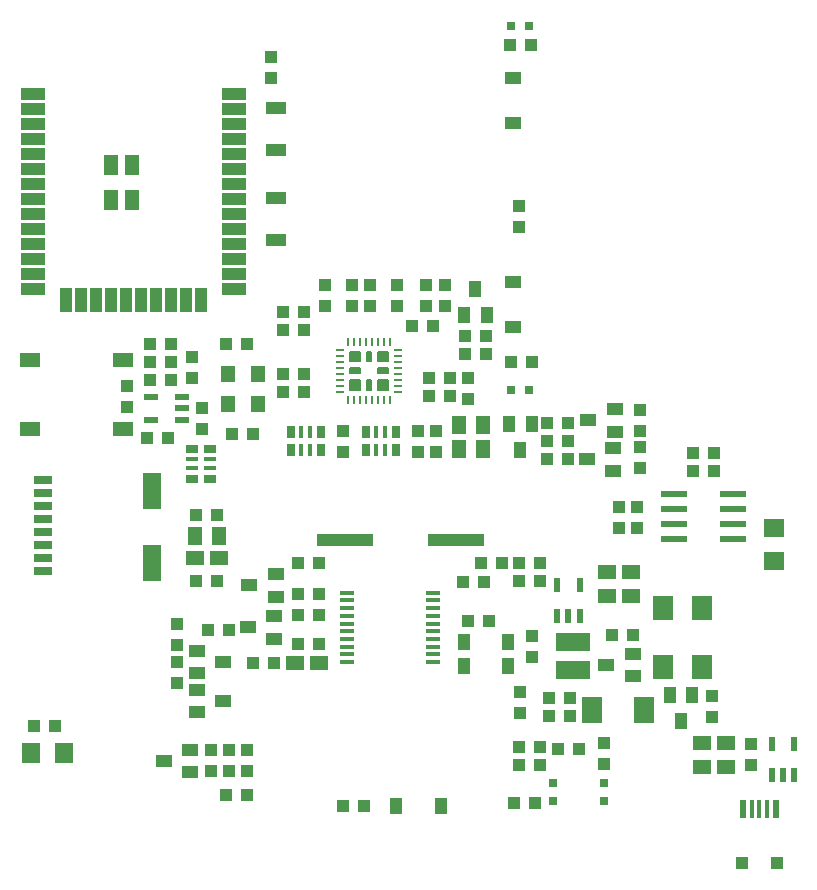
<source format=gbr>
G04 #@! TF.GenerationSoftware,KiCad,Pcbnew,5.1.0-rc2-unknown-036be7d~80~ubuntu16.04.1*
G04 #@! TF.CreationDate,2019-04-19T14:17:20+03:00*
G04 #@! TF.ProjectId,ESP32-EVB_Rev_H,45535033-322d-4455-9642-5f5265765f48,H*
G04 #@! TF.SameCoordinates,Original*
G04 #@! TF.FileFunction,Paste,Top*
G04 #@! TF.FilePolarity,Positive*
%FSLAX46Y46*%
G04 Gerber Fmt 4.6, Leading zero omitted, Abs format (unit mm)*
G04 Created by KiCad (PCBNEW 5.1.0-rc2-unknown-036be7d~80~ubuntu16.04.1) date 2019-04-19 14:17:20*
%MOMM*%
%LPD*%
G04 APERTURE LIST*
%ADD10C,0.200000*%
%ADD11R,1.200000X1.400000*%
%ADD12R,1.016000X1.016000*%
%ADD13R,0.500000X1.650000*%
%ADD14R,0.325000X1.650000*%
%ADD15R,1.100000X1.000000*%
%ADD16R,1.524000X1.270000*%
%ADD17R,1.778000X1.270000*%
%ADD18R,1.778000X2.286000*%
%ADD19R,1.400000X1.000000*%
%ADD20R,1.524000X1.778000*%
%ADD21R,1.778000X1.524000*%
%ADD22R,4.826000X1.100000*%
%ADD23R,1.700000X2.000000*%
%ADD24R,1.778000X1.016000*%
%ADD25R,0.800000X0.800000*%
%ADD26R,1.270000X1.524000*%
%ADD27R,1.500000X3.100000*%
%ADD28R,1.500000X0.800000*%
%ADD29R,0.230000X0.780000*%
%ADD30R,0.780000X0.230000*%
%ADD31R,1.270000X0.325000*%
%ADD32R,2.200000X0.600000*%
%ADD33R,1.200000X1.800000*%
%ADD34R,2.101600X1.001600*%
%ADD35R,1.001600X2.101600*%
%ADD36R,1.016000X0.381000*%
%ADD37R,1.016000X0.635000*%
%ADD38R,0.381000X1.016000*%
%ADD39R,0.635000X1.016000*%
%ADD40R,0.550000X1.200000*%
%ADD41R,1.000000X1.400000*%
%ADD42R,1.200000X0.550000*%
%ADD43R,3.000000X1.600000*%
G04 APERTURE END LIST*
D10*
X101549000Y-97244000D02*
X101549000Y-96444000D01*
X100749000Y-97244000D02*
X101549000Y-97244000D01*
X100749000Y-96444000D02*
X100749000Y-97244000D01*
X101549000Y-96444000D02*
X100749000Y-96444000D01*
X101549000Y-96544000D02*
X100749000Y-96544000D01*
X101549000Y-96644000D02*
X100749000Y-96644000D01*
X101549000Y-96744000D02*
X100749000Y-96744000D01*
X101549000Y-96844000D02*
X100749000Y-96844000D01*
X101549000Y-96944000D02*
X100749000Y-96944000D01*
X101549000Y-97044000D02*
X100749000Y-97044000D01*
X101549000Y-97144000D02*
X100749000Y-97144000D01*
X99149000Y-97144000D02*
X98349000Y-97144000D01*
X99149000Y-97044000D02*
X98349000Y-97044000D01*
X99149000Y-96944000D02*
X98349000Y-96944000D01*
X99149000Y-96844000D02*
X98349000Y-96844000D01*
X99149000Y-96744000D02*
X98349000Y-96744000D01*
X99149000Y-96644000D02*
X98349000Y-96644000D01*
X99149000Y-96544000D02*
X98349000Y-96544000D01*
X99149000Y-96444000D02*
X98349000Y-96444000D01*
X98349000Y-96444000D02*
X98349000Y-97244000D01*
X98349000Y-97244000D02*
X99149000Y-97244000D01*
X99149000Y-97244000D02*
X99149000Y-96444000D01*
X101549000Y-99544000D02*
X100749000Y-99544000D01*
X101549000Y-99444000D02*
X100749000Y-99444000D01*
X101549000Y-99344000D02*
X100749000Y-99344000D01*
X101549000Y-99244000D02*
X100749000Y-99244000D01*
X101549000Y-99144000D02*
X100749000Y-99144000D01*
X101549000Y-99044000D02*
X100749000Y-99044000D01*
X101549000Y-98944000D02*
X100749000Y-98944000D01*
X101549000Y-98844000D02*
X100749000Y-98844000D01*
X100749000Y-98844000D02*
X100749000Y-99644000D01*
X100749000Y-99644000D02*
X101549000Y-99644000D01*
X101549000Y-99644000D02*
X101549000Y-98844000D01*
X99149000Y-99644000D02*
X99149000Y-98844000D01*
X98349000Y-99644000D02*
X99149000Y-99644000D01*
X98349000Y-98844000D02*
X98349000Y-99644000D01*
X99149000Y-98844000D02*
X98349000Y-98844000D01*
X99149000Y-98944000D02*
X98349000Y-98944000D01*
X99149000Y-99044000D02*
X98349000Y-99044000D01*
X99149000Y-99144000D02*
X98349000Y-99144000D01*
X99149000Y-99244000D02*
X98349000Y-99244000D01*
X99149000Y-99344000D02*
X98349000Y-99344000D01*
X99149000Y-99444000D02*
X98349000Y-99444000D01*
X99149000Y-99544000D02*
X98349000Y-99544000D01*
X99749000Y-96444000D02*
X100149000Y-96444000D01*
X99749000Y-97244000D02*
X99749000Y-96444000D01*
X100149000Y-97244000D02*
X99749000Y-97244000D01*
X100149000Y-96444000D02*
X100149000Y-97244000D01*
X100049000Y-96444000D02*
X100049000Y-97244000D01*
X99949000Y-96444000D02*
X99949000Y-97244000D01*
X99849000Y-96444000D02*
X99849000Y-97244000D01*
X99849000Y-98844000D02*
X99849000Y-99644000D01*
X99949000Y-98844000D02*
X99949000Y-99644000D01*
X100049000Y-98844000D02*
X100049000Y-99644000D01*
X100149000Y-98844000D02*
X100149000Y-99644000D01*
X100149000Y-99644000D02*
X99749000Y-99644000D01*
X99749000Y-99644000D02*
X99749000Y-98844000D01*
X99749000Y-98844000D02*
X100149000Y-98844000D01*
X101549000Y-98244000D02*
X101549000Y-97844000D01*
X100749000Y-98244000D02*
X101549000Y-98244000D01*
X100749000Y-97844000D02*
X100749000Y-98244000D01*
X101549000Y-97844000D02*
X100749000Y-97844000D01*
X101549000Y-97944000D02*
X100749000Y-97944000D01*
X100749000Y-98044000D02*
X101549000Y-98044000D01*
X101549000Y-98144000D02*
X100749000Y-98144000D01*
X99149000Y-98144000D02*
X98349000Y-98144000D01*
X98349000Y-98044000D02*
X99149000Y-98044000D01*
X99149000Y-97944000D02*
X98349000Y-97944000D01*
X99149000Y-97844000D02*
X98349000Y-97844000D01*
X98349000Y-97844000D02*
X98349000Y-98244000D01*
X98349000Y-98244000D02*
X99149000Y-98244000D01*
X99149000Y-98244000D02*
X99149000Y-97844000D01*
D11*
X88011000Y-100838000D03*
X88011000Y-98298000D03*
X90551000Y-98298000D03*
X90551000Y-100838000D03*
D12*
X85344000Y-115824000D03*
X87122000Y-115824000D03*
D13*
X131612500Y-135153000D03*
D14*
X132350000Y-135153000D03*
X133000000Y-135153000D03*
X133650000Y-135153000D03*
D13*
X134387500Y-135153000D03*
D15*
X131500000Y-139703000D03*
X134500000Y-139703000D03*
D16*
X130175000Y-131572000D03*
X130175000Y-129540000D03*
D17*
X71247000Y-102997000D03*
X79121000Y-102997000D03*
X71247000Y-97155000D03*
X79121000Y-97155000D03*
D12*
X104775000Y-92583000D03*
X104775000Y-90805000D03*
D18*
X118854000Y-126746000D03*
X123208000Y-126746000D03*
D12*
X83693000Y-121285000D03*
X83693000Y-119507000D03*
X83693000Y-124460000D03*
X83693000Y-122682000D03*
D19*
X87587000Y-122682000D03*
X85387000Y-123632000D03*
X85387000Y-121732000D03*
X87587000Y-125984000D03*
X85387000Y-126934000D03*
X85387000Y-125034000D03*
D12*
X86360000Y-120015000D03*
X88138000Y-120015000D03*
D16*
X120142000Y-115062000D03*
X120142000Y-117094000D03*
X122174000Y-115062000D03*
X122174000Y-117094000D03*
D12*
X112649000Y-114300000D03*
X114427000Y-114300000D03*
X112649000Y-115824000D03*
X114427000Y-115824000D03*
X119888000Y-129540000D03*
X119888000Y-131318000D03*
X86614000Y-131953000D03*
X86614000Y-130175000D03*
X88138000Y-131953000D03*
X88138000Y-130175000D03*
X84963000Y-96901000D03*
X84963000Y-98679000D03*
D20*
X74168000Y-130429000D03*
X71374000Y-130429000D03*
D12*
X127381000Y-105029000D03*
X129159000Y-105029000D03*
X127381000Y-106553000D03*
X129159000Y-106553000D03*
D21*
X134239000Y-111379000D03*
X134239000Y-114173000D03*
D12*
X83185000Y-98806000D03*
X81407000Y-98806000D03*
X81407000Y-97282000D03*
X83185000Y-97282000D03*
X93980000Y-118745000D03*
X95758000Y-118745000D03*
X129032000Y-127381000D03*
X129032000Y-125603000D03*
D22*
X97917000Y-112395000D03*
X107315000Y-112395000D03*
D23*
X128143000Y-123150000D03*
X128143000Y-118150000D03*
D12*
X79502000Y-99314000D03*
X79502000Y-101092000D03*
X73406000Y-128143000D03*
X71628000Y-128143000D03*
X122682000Y-111379000D03*
X122682000Y-109601000D03*
X121158000Y-111379000D03*
X121158000Y-109601000D03*
X110109000Y-119253000D03*
X108331000Y-119253000D03*
X93980000Y-121158000D03*
X95758000Y-121158000D03*
X111252000Y-114300000D03*
X109474000Y-114300000D03*
X93980000Y-114300000D03*
X95758000Y-114300000D03*
D24*
X92075000Y-75819000D03*
X92075000Y-79375000D03*
X92075000Y-86995000D03*
X92075000Y-83439000D03*
D12*
X85344000Y-110236000D03*
X87122000Y-110236000D03*
X93980000Y-116967000D03*
X95758000Y-116967000D03*
X113792000Y-122301000D03*
X113792000Y-120523000D03*
X92710000Y-93091000D03*
X94488000Y-93091000D03*
X106807000Y-100203000D03*
X105029000Y-100203000D03*
X89662000Y-95758000D03*
X87884000Y-95758000D03*
X107950000Y-115951000D03*
X109728000Y-115951000D03*
X90170000Y-103378000D03*
X88392000Y-103378000D03*
X100076000Y-92583000D03*
X100076000Y-90805000D03*
X102362000Y-92583000D03*
X102362000Y-90805000D03*
X96266000Y-92583000D03*
X96266000Y-90805000D03*
X98552000Y-92583000D03*
X98552000Y-90805000D03*
X112649000Y-85852000D03*
X112649000Y-84074000D03*
X91694000Y-71501000D03*
X91694000Y-73279000D03*
X85852000Y-101219000D03*
X85852000Y-102997000D03*
X97790000Y-134874000D03*
X99568000Y-134874000D03*
X112776000Y-127000000D03*
X112776000Y-125222000D03*
X89662000Y-130175000D03*
X89662000Y-131953000D03*
X89662000Y-133985000D03*
X87884000Y-133985000D03*
X122301000Y-120396000D03*
X120523000Y-120396000D03*
X81153000Y-103759000D03*
X82931000Y-103759000D03*
X83185000Y-95758000D03*
X81407000Y-95758000D03*
X111887000Y-70485000D03*
X113665000Y-70485000D03*
X108077000Y-95123000D03*
X109855000Y-95123000D03*
X108077000Y-96647000D03*
X109855000Y-96647000D03*
X112014000Y-97282000D03*
X113792000Y-97282000D03*
X122936000Y-103124000D03*
X122936000Y-101346000D03*
X122936000Y-104521000D03*
X122936000Y-106299000D03*
D25*
X119888000Y-132969000D03*
X119888000Y-134493000D03*
X113538000Y-68834000D03*
X112014000Y-68834000D03*
X113538000Y-99695000D03*
X112014000Y-99695000D03*
D23*
X124841000Y-118150000D03*
X124841000Y-123150000D03*
D12*
X105029000Y-98679000D03*
X106807000Y-98679000D03*
X92710000Y-98298000D03*
X94488000Y-98298000D03*
X92710000Y-99822000D03*
X94488000Y-99822000D03*
X92710000Y-94615000D03*
X94488000Y-94615000D03*
X105410000Y-94234000D03*
X103632000Y-94234000D03*
X97790000Y-104902000D03*
X97790000Y-103124000D03*
X108331000Y-98679000D03*
X108331000Y-100457000D03*
X106426000Y-92583000D03*
X106426000Y-90805000D03*
D26*
X87249000Y-112014000D03*
X85217000Y-112014000D03*
D12*
X104140000Y-103124000D03*
X104140000Y-104902000D03*
X105664000Y-103124000D03*
X105664000Y-104902000D03*
X116967000Y-127254000D03*
X115189000Y-127254000D03*
X116967000Y-125730000D03*
X115189000Y-125730000D03*
X91948000Y-122809000D03*
X90170000Y-122809000D03*
D16*
X128143000Y-131572000D03*
X128143000Y-129540000D03*
D27*
X81577000Y-114275000D03*
X81577000Y-108215000D03*
D28*
X72327000Y-107275000D03*
X72327000Y-108375000D03*
X72327000Y-109475000D03*
X72327000Y-110575000D03*
X72327000Y-111675000D03*
X72327000Y-112775000D03*
X72327000Y-113875000D03*
X72327000Y-114975000D03*
D29*
X98199000Y-95594000D03*
X98699000Y-95594000D03*
X99199000Y-95594000D03*
X99699000Y-95594000D03*
X100199000Y-95594000D03*
X100699000Y-95594000D03*
X101199000Y-95594000D03*
X101699000Y-95594000D03*
D30*
X102399000Y-96294000D03*
X102399000Y-96794000D03*
X102399000Y-97294000D03*
X102399000Y-97794000D03*
X102399000Y-98294000D03*
X102399000Y-98794000D03*
X102399000Y-99294000D03*
X102399000Y-99794000D03*
D29*
X101699000Y-100494000D03*
X101199000Y-100494000D03*
X100699000Y-100494000D03*
X100199000Y-100494000D03*
X99699000Y-100494000D03*
X99199000Y-100494000D03*
X98699000Y-100494000D03*
X98199000Y-100494000D03*
D30*
X97499000Y-99794000D03*
X97499000Y-99294000D03*
X97499000Y-98794000D03*
X97499000Y-98294000D03*
X97499000Y-97794000D03*
X97499000Y-97294000D03*
X97499000Y-96794000D03*
X97499000Y-96294000D03*
D31*
X105346500Y-122686000D03*
X105346500Y-122036000D03*
X105346500Y-121386000D03*
X105346500Y-120736000D03*
X105346500Y-120086000D03*
X105346500Y-119436000D03*
X105346500Y-118786000D03*
X105346500Y-118136000D03*
X105346500Y-117486000D03*
X105346500Y-116836000D03*
X98107500Y-116836000D03*
X98107500Y-117486000D03*
X98107500Y-118136000D03*
X98107500Y-118786000D03*
X98107500Y-119436000D03*
X98107500Y-120086000D03*
X98107500Y-120736000D03*
X98107500Y-121386000D03*
X98107500Y-122036000D03*
X98107500Y-122686000D03*
D32*
X130770000Y-108458000D03*
X130770000Y-109728000D03*
X130770000Y-110998000D03*
X130770000Y-112268000D03*
X125770000Y-112268000D03*
X125770000Y-110998000D03*
X125770000Y-109728000D03*
X125770000Y-108458000D03*
D33*
X79910000Y-83583000D03*
X79910000Y-80583000D03*
X78110000Y-83583000D03*
X78110000Y-80583000D03*
D34*
X71510000Y-74573000D03*
X71510000Y-75843000D03*
X71510000Y-77113000D03*
X71510000Y-78383000D03*
X71510000Y-79653000D03*
X71510000Y-80923000D03*
X71510000Y-82193000D03*
X71510000Y-83463000D03*
X71510000Y-84733000D03*
X71510000Y-86003000D03*
X71510000Y-87273000D03*
X71510000Y-88543000D03*
X71510000Y-89813000D03*
X71510000Y-91083000D03*
D35*
X74310000Y-92083000D03*
X75580000Y-92083000D03*
X76850000Y-92083000D03*
X78120000Y-92083000D03*
X79390000Y-92083000D03*
X80660000Y-92083000D03*
X81930000Y-92083000D03*
X83200000Y-92083000D03*
X84470000Y-92083000D03*
X85740000Y-92083000D03*
D34*
X88510000Y-91083000D03*
X88510000Y-89813000D03*
X88510000Y-88543000D03*
X88510000Y-87273000D03*
X88510000Y-86003000D03*
X88510000Y-84733000D03*
X88510000Y-83463000D03*
X88510000Y-82193000D03*
X88510000Y-80923000D03*
X88510000Y-79653000D03*
X88510000Y-78383000D03*
X88510000Y-77113000D03*
X88510000Y-75843000D03*
X88510000Y-74573000D03*
D36*
X84963000Y-106299000D03*
X84963000Y-105537000D03*
X86487000Y-106299000D03*
X86487000Y-105537000D03*
D37*
X84963000Y-107188000D03*
X86487000Y-107188000D03*
X84963000Y-104648000D03*
X86487000Y-104648000D03*
D38*
X94996000Y-104775000D03*
X94234000Y-104775000D03*
X94996000Y-103251000D03*
X94234000Y-103251000D03*
D39*
X95885000Y-104775000D03*
X95885000Y-103251000D03*
X93345000Y-104775000D03*
X93345000Y-103251000D03*
D38*
X100584000Y-103251000D03*
X101346000Y-103251000D03*
X100584000Y-104775000D03*
X101346000Y-104775000D03*
D39*
X99695000Y-103251000D03*
X99695000Y-104775000D03*
X102235000Y-103251000D03*
X102235000Y-104775000D03*
D40*
X115890000Y-118775000D03*
X116840000Y-118775000D03*
X117790000Y-118775000D03*
X115890000Y-116175000D03*
X117790000Y-116175000D03*
D19*
X120741440Y-103184960D03*
X120741440Y-101282500D03*
X118531640Y-102237540D03*
X92039440Y-117154960D03*
X92039440Y-115252500D03*
X89829640Y-116207540D03*
X91912440Y-120710960D03*
X91912440Y-118808500D03*
X89702640Y-119763540D03*
X84800440Y-132013960D03*
X84800440Y-130111500D03*
X82590640Y-131066540D03*
D41*
X108016040Y-93309440D03*
X109918500Y-93309440D03*
X108963460Y-91099640D03*
D19*
X112141000Y-73284000D03*
X112141000Y-77084000D03*
X112141000Y-90556000D03*
X112141000Y-94356000D03*
D41*
X106040000Y-134874000D03*
X102240000Y-134874000D03*
X127314960Y-125511560D03*
X125412500Y-125511560D03*
X126367540Y-127721360D03*
D19*
X122265440Y-123885960D03*
X122265440Y-121983500D03*
X120055640Y-122938540D03*
D42*
X84104000Y-102169000D03*
X84104000Y-101219000D03*
X84104000Y-100269000D03*
X81504000Y-102169000D03*
X81504000Y-100269000D03*
D16*
X87249000Y-113919000D03*
X85217000Y-113919000D03*
D26*
X107569000Y-104648000D03*
X107569000Y-102616000D03*
D16*
X95758000Y-122809000D03*
X93726000Y-122809000D03*
D43*
X117221000Y-123374000D03*
X117221000Y-120974000D03*
D12*
X115062000Y-102489000D03*
X116840000Y-102489000D03*
D41*
X113725960Y-102524560D03*
X111823500Y-102524560D03*
X112778540Y-104734360D03*
D19*
X120614440Y-106486960D03*
X120614440Y-104584500D03*
X118404640Y-105539540D03*
D26*
X109601000Y-102616000D03*
X109601000Y-104648000D03*
D12*
X115062000Y-105537000D03*
X116840000Y-105537000D03*
X115062000Y-104013000D03*
X116840000Y-104013000D03*
D25*
X115570000Y-132969000D03*
X115570000Y-134493000D03*
D12*
X115951000Y-130048000D03*
X117729000Y-130048000D03*
D40*
X134051000Y-132237000D03*
X135001000Y-132237000D03*
X135951000Y-132237000D03*
X134051000Y-129637000D03*
X135951000Y-129637000D03*
D12*
X132334000Y-129667000D03*
X132334000Y-131445000D03*
X112268000Y-134620000D03*
X114046000Y-134620000D03*
D41*
X111755000Y-123063000D03*
X107955000Y-123063000D03*
X107955000Y-121031000D03*
X111755000Y-121031000D03*
D12*
X112649000Y-131445000D03*
X114427000Y-131445000D03*
X112649000Y-129921000D03*
X114427000Y-129921000D03*
M02*

</source>
